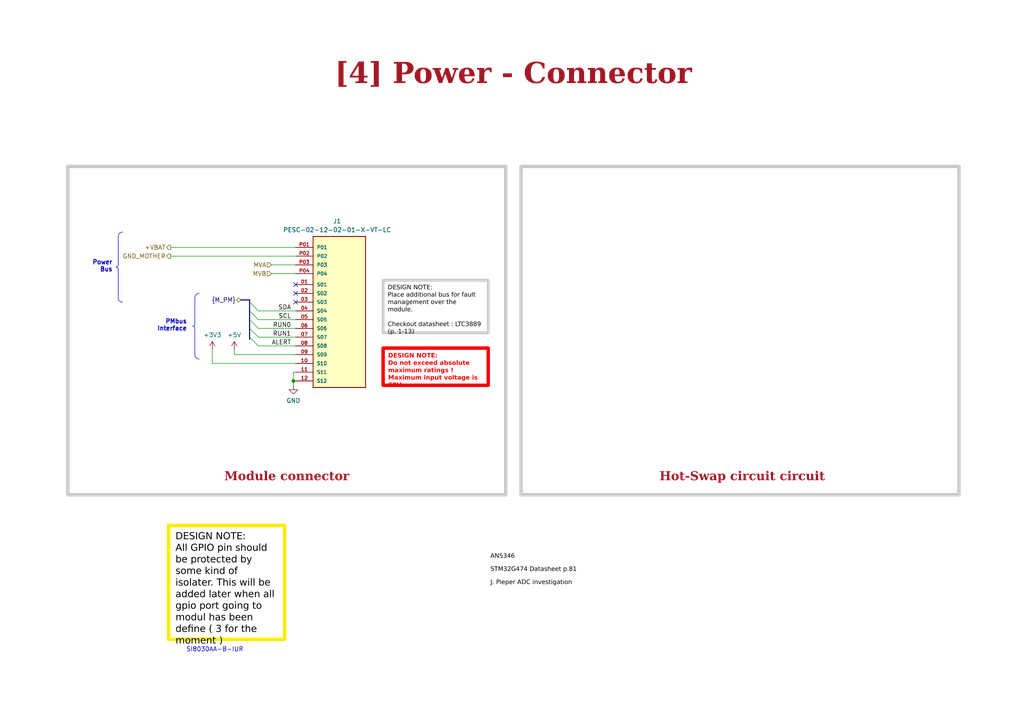
<source format=kicad_sch>
(kicad_sch (version 20230121) (generator eeschema)
  (paper "A4")
  (title_block (title "Sheet Title A") (date "Last Modified Date") (rev "${REVISION}") (company "${COMPANY}"))
  (lib_symbols
    (symbol "PESC-02-12-02-01-X-VT-LC:PESC-02-12-02-01-X-VT-LC" (pin_names (offset 1.016))
      (property "Reference" "J3" (at 0 24.765 0))
      (property "Value" "PESC-02-12-02-01-X-VT-LC" (at 0 22.225 0))
      (symbol "PESC-02-12-02-01-X-VT-LC_0_0"
        (rectangle (start -6.985 20.32) (end 8.255 -23.495) (stroke (width 0.254)) (fill (type background)))
      )
      (symbol "PESC-02-12-02-01-X-VT-LC_1_0"
        (pin passive line (at -12.065 6.35 0) (length 5.08) (name "S01") (number "01"))
        (pin passive line (at -12.065 3.81 0) (length 5.08) (name "S02") (number "02"))
        (pin passive line (at -12.065 1.27 0) (length 5.08) (name "S03") (number "03"))
        (pin passive line (at -12.065 -1.27 0) (length 5.08) (name "S04") (number "04"))
        (pin passive line (at -12.065 -3.81 0) (length 5.08) (name "S05") (number "05"))
        (pin passive line (at -12.065 -6.35 0) (length 5.08) (name "S06") (number "06"))
        (pin passive line (at -12.065 -8.89 0) (length 5.08) (name "S07") (number "07"))
        (pin passive line (at -12.065 -11.43 0) (length 5.08) (name "S08") (number "08"))
        (pin passive line (at -12.065 -13.97 0) (length 5.08) (name "S09") (number "09"))
        (pin passive line (at -12.065 -16.51 0) (length 5.08) (name "S10") (number "10"))
        (pin passive line (at -12.065 -19.05 0) (length 5.08) (name "S11") (number "11"))
        (pin passive line (at -12.065 -21.59 0) (length 5.08) (name "S12") (number "12"))
        (pin power_in line (at -12.065 17.145 0) (length 5.08) (name "P01") (number "P01"))
        (pin power_in line (at -12.065 17.145 0) (length 5.08) hide (name "P01") (number "P01_2"))
        (pin power_in line (at -12.065 17.145 0) (length 5.08) hide (name "P01__2") (number "P01_3"))
        (pin power_in line (at -12.065 17.145 0) (length 5.08) hide (name "P01__3") (number "P01_4"))
        (pin power_in line (at -12.065 17.145 0) (length 5.08) hide (name "P01__4") (number "P01_5"))
        (pin power_in line (at -12.065 17.145 0) (length 5.08) hide (name "P01__5") (number "P01_6"))
        (pin power_in line (at -12.065 17.145 0) (length 5.08) hide (name "P01__6") (number "P01_7"))
        (pin power_in line (at -12.065 17.145 0) (length 5.08) hide (name "P01__7") (number "P01_8"))
        (pin power_in line (at -12.065 14.605 0) (length 5.08) (name "P02") (number "P02"))
        (pin power_in line (at -12.065 14.605 0) (length 5.08) hide (name "P02__1") (number "P02_2"))
        (pin power_in line (at -12.065 14.605 0) (length 5.08) hide (name "P02__2") (number "P02_3"))
        (pin power_in line (at -12.065 14.605 0) (length 5.08) hide (name "P02__3") (number "P02_4"))
        (pin power_in line (at -12.065 14.605 0) (length 5.08) hide (name "P02__4") (number "P02_5"))
        (pin power_in line (at -12.065 14.605 0) (length 5.08) hide (name "P02__5") (number "P02_6"))
        (pin power_in line (at -12.065 14.605 0) (length 5.08) hide (name "P02__6") (number "P02_7"))
        (pin power_in line (at -12.065 14.605 0) (length 5.08) hide (name "P02__7") (number "P02_8"))
        (pin power_in line (at -12.065 12.065 0) (length 5.08) (name "P03") (number "P03"))
        (pin power_in line (at -12.065 12.065 0) (length 5.08) hide (name "P03__1") (number "P03_2"))
        (pin power_in line (at -12.065 12.065 0) (length 5.08) hide (name "P03__2") (number "P03_3"))
        (pin power_in line (at -12.065 12.065 0) (length 5.08) hide (name "P03__3") (number "P03_4"))
        (pin power_in line (at -12.065 12.065 0) (length 5.08) hide (name "P03__4") (number "P03_5"))
        (pin power_in line (at -12.065 12.065 0) (length 5.08) hide (name "P03__5") (number "P03_6"))
        (pin power_in line (at -12.065 12.065 0) (length 5.08) hide (name "P03__6") (number "P03_7"))
        (pin power_in line (at -12.065 12.065 0) (length 5.08) hide (name "P03__7") (number "P03_8"))
        (pin power_in line (at -12.065 9.525 0) (length 5.08) (name "P04") (number "P04"))
        (pin power_in line (at -12.065 9.525 0) (length 5.08) hide (name "P04__1") (number "P04_2"))
        (pin power_in line (at -12.065 9.525 0) (length 5.08) hide (name "P04__2") (number "P04_3"))
        (pin power_in line (at -12.065 9.525 0) (length 5.08) hide (name "P04__3") (number "P04_4"))
        (pin power_in line (at -12.065 9.525 0) (length 5.08) hide (name "P04__4") (number "P04_5"))
        (pin power_in line (at -12.065 9.525 0) (length 5.08) hide (name "P04__5") (number "P04_6"))
        (pin power_in line (at -12.065 9.525 0) (length 5.08) hide (name "P04__6") (number "P04_7"))
        (pin power_in line (at -12.065 9.525 0) (length 5.08) hide (name "P04__7") (number "P04_8"))
      )
    )
    (symbol "power:+3V3" (power) (pin_names (offset 0))
      (property "Value" "+3V3" (at 0 3.556 0))
      (symbol "+3V3_0_1"
        (polyline (pts (xy -0.762 1.27) (xy 0 2.54)))
        (polyline (pts (xy 0 0) (xy 0 2.54)))
        (polyline (pts (xy 0 2.54) (xy 0.762 1.27)))
      )
      (symbol "+3V3_1_1"
        (pin power_in line (at 0 0 90) (length 0) hide (name "+3V3") (number "1"))
      )
    )
    (symbol "power:+5V" (power) (pin_names (offset 0))
      (property "Value" "+5V" (at 0 3.556 0))
      (symbol "+5V_0_1"
        (polyline (pts (xy -0.762 1.27) (xy 0 2.54)))
        (polyline (pts (xy 0 0) (xy 0 2.54)))
        (polyline (pts (xy 0 2.54) (xy 0.762 1.27)))
      )
      (symbol "+5V_1_1"
        (pin power_in line (at 0 0 90) (length 0) hide (name "+5V") (number "1"))
      )
    )
    (symbol "power:GND" (power) (pin_names (offset 0))
      (property "Value" "GND" (at 0 -3.81 0))
      (symbol "GND_0_1"
        (polyline (pts (xy 0 0) (xy 0 -1.27) (xy 1.27 -1.27) (xy 0 -2.54) (xy -1.27 -1.27) (xy 0 -1.27)))
      )
      (symbol "GND_1_1"
        (pin power_in line (at 0 0 270) (length 0) hide (name "GND") (number "1"))
      )
    )
  )
  (junction (at 85.09 110.49))
  (no_connect (at 85.725 82.55))
  (no_connect (at 85.725 87.63))
  (no_connect (at 85.725 85.09))
  (bus_entry (at 72.39 97.79) (size 2.54 2.54))
  (bus_entry (at 72.39 92.71) (size 2.54 2.54))
  (bus_entry (at 72.39 90.17) (size 2.54 2.54))
  (bus_entry (at 72.39 95.25) (size 2.54 2.54))
  (bus_entry (at 72.39 87.63) (size 2.54 2.54))
  (bus (pts (xy 72.39 92.71) (xy 72.39 95.25)))
  (wire (pts (xy 74.93 90.17) (xy 85.725 90.17)))
  (bus (pts (xy 72.39 90.17) (xy 72.39 92.71)))
  (polyline (pts (xy 34.29 68.575) (xy 34.29 76.835)))
  (wire (pts (xy 74.93 100.33) (xy 85.725 100.33)))
  (wire (pts (xy 49.53 71.755) (xy 85.725 71.755)))
  (polyline (pts (xy 34.29 78.1) (xy 34.29 86.36)))
  (bus (pts (xy 72.39 95.25) (xy 72.39 97.79)))
  (wire (pts (xy 85.09 107.95) (xy 85.09 110.49)))
  (wire (pts (xy 78.74 79.375) (xy 85.725 79.375)))
  (wire (pts (xy 61.595 105.41) (xy 85.725 105.41)))
  (bus (pts (xy 72.39 86.995) (xy 72.39 87.63)))
  (wire (pts (xy 67.945 101.6) (xy 67.945 102.87)))
  (bus (pts (xy 72.39 97.79) (xy 72.39 98.425)))
  (wire (pts (xy 74.93 95.25) (xy 85.725 95.25)))
  (bus (pts (xy 69.85 86.995) (xy 72.39 86.995)))
  (wire (pts (xy 74.93 92.71) (xy 85.725 92.71)))
  (wire (pts (xy 85.09 110.49) (xy 85.09 111.76)))
  (wire (pts (xy 85.725 107.95) (xy 85.09 107.95)))
  (wire (pts (xy 85.09 110.49) (xy 85.725 110.49)))
  (polyline (pts (xy 56.515 95.25) (xy 56.515 102.87)))
  (wire (pts (xy 78.74 76.835) (xy 85.725 76.835)))
  (wire (pts (xy 74.93 97.79) (xy 85.725 97.79)))
  (polyline (pts (xy 56.515 86.36) (xy 56.515 93.98)))
  (wire (pts (xy 61.595 101.6) (xy 61.595 105.41)))
  (wire (pts (xy 85.725 102.87) (xy 67.945 102.87)))
  (wire (pts (xy 85.725 74.295) (xy 49.53 74.295)))
  (bus (pts (xy 72.39 87.63) (xy 72.39 90.17)))
  (arc (start 56.52 93.975) (mid 56.3294 94.418) (end 55.885 94.61))
  (arc (start 33.66 77.465) (mid 34.1153 77.6462) (end 34.295 78.1))
  (rectangle (start 19.685 48.26) (end 146.685 143.51) (stroke (width 1) (color 200 200 200 1)))
  (rectangle (start 151.13 48.26) (end 278.13 143.51) (stroke (width 1) (color 200 200 200 1)))
  (arc (start 55.885 94.61) (mid 56.3352 94.7933) (end 56.52 95.245))
  (arc (start 34.295 76.83) (mid 34.1065 77.2779) (end 33.66 77.465))
  (arc (start 56.52 86.36) (mid 56.887 85.459) (end 57.785 85.09))
  (arc (start 57.785 104.14) (mid 56.884 103.771) (end 56.515 102.87))
  (arc (start 34.295 68.585) (mid 34.6605 67.6825) (end 35.56 67.315))
  (arc (start 35.56 87.635) (mid 34.6575 87.2675) (end 34.29 86.365))
  (text_box "Hot-Swap circuit circuit \n" (at 151.765 134.62 0) (size 127 6.985) (stroke (width -0.0001)) (effects (font (size 2.54 2.54) (thickness 0.508) bold) (justify bottom)))
  (text_box "DESIGN NOTE:\nAll GPIO pin should be protected by some kind of isolater. This will be added later when all gpio port going to modul has been define ( 3 for the moment )" (at 48.895 152.4 0) (size 33.655 33.02) (stroke (width 1) (color 250 236 0 1)) (effects (font (size 2 2)) (justify left top)))
  (text_box "PMbus \nInterface" (at 45.72 91.44 0) (size 9.525 5.715) (stroke (width -0.0001)) (effects (font (size 1.27 1.27) (thickness 0.254) bold) (justify right top)))
  (text_box "DESIGN NOTE:\nPlace additional bus for fault management over the module. \n\nCheckout datasheet : LTC3889   \n(p. 1-13) \n" (at 111.125 81.28 0) (size 30.48 15.24) (stroke (width 0.8) (color 200 200 200 1)) (effects (font (size 1.27 1.27)) (justify left top)))
  (text_box "DESIGN NOTE:\nDo not exceed absolute maximum ratings ! Maximum input voltage is 60V." (at 111.125 100.965 0) (size 30.48 10.795) (stroke (width 1) (color 255 0 0 1)) (effects (font (size 1.27 1.27) (thickness 0.4) bold) (justify left top)))
  (text_box "Module connector \n" (at 19.685 134.62 0) (size 127 6.985) (stroke (width -0.0001)) (effects (font (size 2.54 2.54) (thickness 0.508) bold) (justify bottom)))
  (text_box "[4] Power - Connector" (at 12.065 15.24 0) (size 273.685 12.7) (stroke (width -0.0001)) (effects (font (size 6 6) (thickness 1.2) bold)))
  (text_box "Power \nBus" (at 24.13 74.29 0) (size 9.525 5.715) (stroke (width -0.0001)) (effects (font (size 1.27 1.27) (thickness 0.254) bold) (justify right top)))
  (text "SI8030AA-B-IUR" (at 53.975 189.23 0) (effects (font (size 1.27 1.27)) (justify left bottom)))
  (text "J. Pieper ADC investigation" (at 142.24 170.18 0) (effects (font (size 1.27 1.27)) (justify left bottom)))
  (text "STM32G474 Datasheet p.81" (at 142.24 166.37 0) (effects (font (size 1.27 1.27)) (justify left bottom)))
  (text "AN5346" (at 142.24 162.56 0) (effects (font (size 1.27 1.27)) (justify left bottom)))
  (label "RUN0" (at 84.455 95.25 180))
  (label "RUN1" (at 84.455 97.79 180))
  (label "SCL" (at 84.455 92.71 180))
  (label "ALERT" (at 84.455 100.33 180))
  (label "SDA" (at 84.455 90.17 180))
  (hierarchical_label "{M_PM}" (shape bidirectional) (at 69.85 86.995 180))
  (hierarchical_label "MVA" (shape input) (at 78.74 76.835 180))
  (hierarchical_label "MVB" (shape input) (at 78.74 79.375 180))
  (hierarchical_label "+VBAT" (shape output) (at 49.53 71.755 180))
  (hierarchical_label "GND_MOTHER" (shape output) (at 49.53 74.295 180))
  (symbol (lib_id "PESC-02-12-02-01-X-VT-LC:PESC-02-12-02-01-X-VT-LC") (at 97.79 88.9 0) (unit 1)
    (property "Reference" "J1" (at 97.79 64.135 0))
    (property "Value" "PESC-02-12-02-01-X-VT-LC" (at 97.79 66.675 0))
    (property "Footprint" "PESC-02-12-02-01-X-VT-LC:SAMTEC_PESC-02-12-02-01-X-VT-LC" (effects hide))
    (property "PARTREV" "B" (effects hide))
    (property "STANDARD" "Manufacturer Recommendations" (effects hide))
    (property "MAXIMUM_PACKAGE_HEIGHT" "17.04mm" (effects hide))
    (property "MANUFACTURER" "Samtec" (effects hide))
  )
  (symbol (lib_id "power:+3V3") (at 61.595 101.6 0) (unit 1)
    (property "Reference" "#PWR02" (effects hide))
    (property "Value" "+3V3" (at 61.595 97.155 0))
  )
  (symbol (lib_id "power:GND") (at 85.09 111.76 0) (unit 1)
    (property "Reference" "#PWR03" (effects hide))
    (property "Value" "GND" (at 85.09 116.205 0))
  )
  (symbol (lib_id "power:+5V") (at 67.945 101.6 0) (unit 1)
    (property "Reference" "#PWR012" (effects hide))
    (property "Value" "+5V" (at 67.945 97.155 0))
  )
)
</source>
